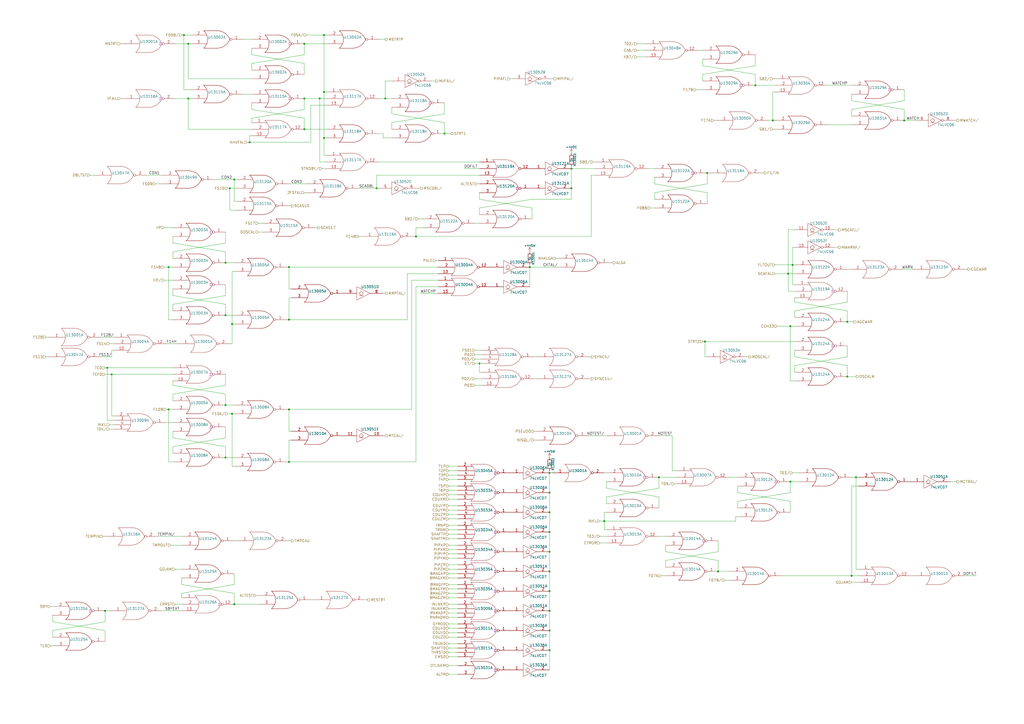
<source format=kicad_sch>
(kicad_sch (version 20211123) (generator eeschema)
  (paper "A2")
  (junction (at 135.89 350.52))
  (junction (at 491.49 218.44))
  (junction (at 318.77 308.61))
  (junction (at 185.42 57.15))
  (junction (at 448.31 69.85))
  (junction (at 223.52 57.15))
  (junction (at 331.47 109.22))
  (junction (at 331.47 97.79))
  (junction (at 318.77 285.75))
  (junction (at 167.64 154.94))
  (junction (at 134.62 187.96))
  (junction (at 257.81 77.47))
  (junction (at 457.2 158.75))
  (junction (at 130.81 234.95))
  (junction (at 278.13 210.82))
  (junction (at 187.96 80.01))
  (junction (at 318.77 297.18))
  (junction (at 60.96 354.33))
  (junction (at 62.23 213.36))
  (junction (at 176.53 25.4))
  (junction (at 318.77 365.76))
  (junction (at 458.47 189.23))
  (junction (at 109.22 57.15))
  (junction (at 176.53 74.93))
  (junction (at 187.96 53.34))
  (junction (at 109.22 25.4))
  (junction (at 491.49 186.69))
  (junction (at 97.79 237.49))
  (junction (at 176.53 57.15))
  (junction (at 318.77 354.33))
  (junction (at 130.81 182.88))
  (junction (at 218.44 109.22))
  (junction (at 135.89 104.14))
  (junction (at 524.51 69.85))
  (junction (at 318.77 331.47))
  (junction (at 459.74 153.67))
  (junction (at 408.94 198.12))
  (junction (at 318.77 377.19))
  (junction (at 307.34 154.94))
  (junction (at 144.78 82.55))
  (junction (at 97.79 154.94))
  (junction (at 416.56 331.47))
  (junction (at 130.81 265.43))
  (junction (at 496.57 276.86))
  (junction (at 318.77 342.9))
  (junction (at 64.77 217.17))
  (junction (at 318.77 274.32))
  (junction (at 106.68 20.32))
  (junction (at 382.27 276.86))
  (junction (at 167.64 237.49))
  (junction (at 350.52 302.26))
  (junction (at 438.15 49.53))
  (junction (at 167.64 185.42))
  (junction (at 130.81 152.4))
  (junction (at 494.03 334.01))
  (junction (at 458.47 279.4))
  (junction (at 318.77 320.04))
  (junction (at 410.21 100.33))
  (junction (at 241.3 137.16))
  (junction (at 133.35 109.22))
  (junction (at 167.64 267.97))
  (junction (at 187.96 20.32))
  (junction (at 134.62 240.03))
  (wire (pts (xy 382.27 288.29) (xy 382.27 294.64)))
  (wire (pts (xy 524.51 69.85) (xy 524.51 63.5)))
  (wire (pts (xy 260.35 369.57) (xy 265.43 369.57)))
  (wire (pts (xy 480.06 49.53) (xy 494.03 49.53)))
  (wire (pts (xy 106.68 20.32) (xy 106.68 52.07)))
  (wire (pts (xy 408.94 198.12) (xy 461.01 198.12)))
  (wire (pts (xy 95.25 162.56) (xy 100.33 162.56)))
  (wire (pts (xy 130.81 228.6) (xy 100.33 223.52)))
  (wire (pts (xy 260.35 307.34) (xy 265.43 307.34)))
  (wire (pts (xy 135.89 344.17) (xy 105.41 339.09)))
  (wire (pts (xy 176.53 74.93) (xy 189.23 74.93)))
  (wire (pts (xy 135.89 339.09) (xy 105.41 344.17)))
  (wire (pts (xy 130.81 259.08) (xy 100.33 254)))
  (wire (pts (xy 391.16 280.67) (xy 392.43 280.67)))
  (wire (pts (xy 275.59 203.2) (xy 279.4 203.2)))
  (wire (pts (xy 491.49 186.69) (xy 495.3 186.69)))
  (wire (pts (xy 458.47 189.23) (xy 461.01 189.23)))
  (wire (pts (xy 243.84 170.18) (xy 254 170.18)))
  (wire (pts (xy 63.5 248.92) (xy 66.04 248.92)))
  (wire (pts (xy 491.49 175.26) (xy 491.49 168.91)))
  (wire (pts (xy 386.08 320.04) (xy 386.08 316.23)))
  (wire (pts (xy 176.53 57.15) (xy 176.53 63.5)))
  (wire (pts (xy 350.52 274.32) (xy 351.79 274.32)))
  (wire (pts (xy 414.02 69.85) (xy 415.29 69.85)))
  (wire (pts (xy 278.13 97.79) (xy 269.24 97.79)))
  (wire (pts (xy 275.59 205.74) (xy 279.4 205.74)))
  (wire (pts (xy 494.03 63.5) (xy 494.03 67.31)))
  (wire (pts (xy 350.52 297.18) (xy 350.52 302.26)))
  (wire (pts (xy 260.35 327.66) (xy 265.43 327.66)))
  (wire (pts (xy 64.77 203.2) (xy 66.04 203.2)))
  (wire (pts (xy 318.77 365.76) (xy 318.77 377.19)))
  (wire (pts (xy 187.96 80.01) (xy 187.96 90.17)))
  (wire (pts (xy 30.48 374.65) (xy 29.21 374.65)))
  (wire (pts (xy 331.47 115.57) (xy 308.61 115.57)))
  (wire (pts (xy 238.76 237.49) (xy 238.76 162.56)))
  (wire (pts (xy 218.44 101.6) (xy 278.13 101.6)))
  (wire (pts (xy 344.17 93.98) (xy 345.44 93.98)))
  (wire (pts (xy 135.89 116.84) (xy 137.16 116.84)))
  (wire (pts (xy 109.22 25.4) (xy 109.22 45.72)))
  (wire (pts (xy 342.9 101.6) (xy 345.44 101.6)))
  (wire (pts (xy 331.47 109.22) (xy 331.47 115.57)))
  (wire (pts (xy 448.31 69.85) (xy 449.58 69.85)))
  (wire (pts (xy 100.33 223.52) (xy 100.33 220.98)))
  (wire (pts (xy 458.47 279.4) (xy 463.55 279.4)))
  (wire (pts (xy 189.23 53.34) (xy 187.96 53.34)))
  (wire (pts (xy 389.89 252.73) (xy 389.89 273.05)))
  (wire (pts (xy 176.53 63.5) (xy 146.05 68.58)))
  (wire (pts (xy 167.64 172.72) (xy 168.91 172.72)))
  (wire (pts (xy 130.81 152.4) (xy 135.89 152.4)))
  (wire (pts (xy 382.27 288.29) (xy 351.79 283.21)))
  (wire (pts (xy 222.25 80.01) (xy 227.33 80.01)))
  (wire (pts (xy 143.51 82.55) (xy 144.78 82.55)))
  (wire (pts (xy 241.3 132.08) (xy 245.11 132.08)))
  (wire (pts (xy 318.77 354.33) (xy 318.77 365.76)))
  (wire (pts (xy 342.9 137.16) (xy 342.9 101.6)))
  (wire (pts (xy 459.74 153.67) (xy 459.74 165.1)))
  (wire (pts (xy 130.81 265.43) (xy 130.81 259.08)))
  (wire (pts (xy 347.98 314.96) (xy 351.79 314.96)))
  (wire (pts (xy 135.89 270.51) (xy 134.62 270.51)))
  (wire (pts (xy 448.31 45.72) (xy 449.58 45.72)))
  (wire (pts (xy 416.56 325.12) (xy 416.56 331.47)))
  (wire (pts (xy 26.67 207.01) (xy 27.94 207.01)))
  (wire (pts (xy 445.77 69.85) (xy 448.31 69.85)))
  (wire (pts (xy 166.37 185.42) (xy 167.64 185.42)))
  (wire (pts (xy 275.59 210.82) (xy 278.13 210.82)))
  (wire (pts (xy 105.41 339.09) (xy 105.41 335.28)))
  (wire (pts (xy 457.2 158.75) (xy 461.01 158.75)))
  (wire (pts (xy 93.98 101.6) (xy 85.09 101.6)))
  (wire (pts (xy 130.81 234.95) (xy 135.89 234.95)))
  (wire (pts (xy 30.48 351.79) (xy 29.21 351.79)))
  (wire (pts (xy 260.35 300.99) (xy 265.43 300.99)))
  (wire (pts (xy 257.81 66.04) (xy 227.33 71.12)))
  (wire (pts (xy 407.67 43.18) (xy 407.67 46.99)))
  (wire (pts (xy 134.62 240.03) (xy 135.89 240.03)))
  (wire (pts (xy 222.25 77.47) (xy 219.71 77.47)))
  (wire (pts (xy 130.81 223.52) (xy 130.81 217.17)))
  (wire (pts (xy 64.77 207.01) (xy 64.77 203.2)))
  (wire (pts (xy 133.35 121.92) (xy 137.16 121.92)))
  (wire (pts (xy 134.62 270.51) (xy 134.62 240.03)))
  (wire (pts (xy 331.47 97.79) (xy 331.47 109.22)))
  (wire (pts (xy 133.35 109.22) (xy 137.16 109.22)))
  (wire (pts (xy 135.89 157.48) (xy 134.62 157.48)))
  (wire (pts (xy 177.8 106.68) (xy 167.64 106.68)))
  (wire (pts (xy 457.2 168.91) (xy 461.01 168.91)))
  (wire (pts (xy 133.35 109.22) (xy 133.35 121.92)))
  (wire (pts (xy 410.21 111.76) (xy 379.73 106.68)))
  (wire (pts (xy 426.72 302.26) (xy 426.72 299.72)))
  (wire (pts (xy 100.33 228.6) (xy 100.33 232.41)))
  (wire (pts (xy 167.64 237.49) (xy 238.76 237.49)))
  (wire (pts (xy 260.35 330.2) (xy 265.43 330.2)))
  (wire (pts (xy 461.01 212.09) (xy 461.01 215.9)))
  (wire (pts (xy 278.13 106.68) (xy 276.86 106.68)))
  (wire (pts (xy 496.57 276.86) (xy 496.57 330.2)))
  (wire (pts (xy 260.35 378.46) (xy 265.43 378.46)))
  (wire (pts (xy 208.28 137.16) (xy 209.55 137.16)))
  (wire (pts (xy 227.33 46.99) (xy 223.52 46.99)))
  (wire (pts (xy 185.42 93.98) (xy 189.23 93.98)))
  (wire (pts (xy 318.77 377.19) (xy 318.77 388.62)))
  (wire (pts (xy 320.04 45.72) (xy 321.31 45.72)))
  (wire (pts (xy 260.35 304.8) (xy 265.43 304.8)))
  (wire (pts (xy 494.03 276.86) (xy 496.57 276.86)))
  (wire (pts (xy 132.08 240.03) (xy 134.62 240.03)))
  (wire (pts (xy 260.35 281.94) (xy 265.43 281.94)))
  (wire (pts (xy 100.33 259.08) (xy 100.33 262.89)))
  (wire (pts (xy 54.61 101.6) (xy 52.07 101.6)))
  (wire (pts (xy 278.13 210.82) (xy 279.4 210.82)))
  (wire (pts (xy 566.42 334.01) (xy 560.07 334.01)))
  (wire (pts (xy 97.79 185.42) (xy 100.33 185.42)))
  (wire (pts (xy 95.25 132.08) (xy 100.33 132.08)))
  (wire (pts (xy 187.96 80.01) (xy 189.23 80.01)))
  (wire (pts (xy 180.34 82.55) (xy 180.34 60.96)))
  (wire (pts (xy 441.96 100.33) (xy 443.23 100.33)))
  (wire (pts (xy 62.23 243.84) (xy 66.04 243.84)))
  (wire (pts (xy 461.01 175.26) (xy 461.01 172.72)))
  (wire (pts (xy 187.96 20.32) (xy 187.96 53.34)))
  (wire (pts (xy 97.79 237.49) (xy 100.33 237.49)))
  (wire (pts (xy 350.52 302.26) (xy 426.72 302.26)))
  (wire (pts (xy 426.72 299.72) (xy 427.99 299.72)))
  (wire (pts (xy 146.05 68.58) (xy 146.05 71.12)))
  (wire (pts (xy 252.73 151.13) (xy 254 151.13)))
  (wire (pts (xy 553.72 69.85) (xy 554.99 69.85)))
  (wire (pts (xy 524.51 69.85) (xy 530.86 69.85)))
  (wire (pts (xy 494.03 58.42) (xy 494.03 54.61)))
  (wire (pts (xy 459.74 165.1) (xy 461.01 165.1)))
  (wire (pts (xy 260.35 341.63) (xy 265.43 341.63)))
  (wire (pts (xy 187.96 53.34) (xy 187.96 80.01)))
  (wire (pts (xy 275.59 219.71) (xy 279.4 219.71)))
  (wire (pts (xy 523.24 156.21) (xy 529.59 156.21)))
  (wire (pts (xy 109.22 57.15) (xy 109.22 74.93)))
  (wire (pts (xy 260.35 316.23) (xy 265.43 316.23)))
  (wire (pts (xy 524.51 58.42) (xy 524.51 52.07)))
  (wire (pts (xy 377.19 120.65) (xy 379.73 120.65)))
  (wire (pts (xy 483.87 143.51) (xy 486.41 143.51)))
  (wire (pts (xy 91.44 311.15) (xy 105.41 311.15)))
  (wire (pts (xy 369.57 25.4) (xy 374.65 25.4)))
  (wire (pts (xy 459.74 143.51) (xy 459.74 153.67)))
  (wire (pts (xy 350.52 307.34) (xy 351.79 307.34)))
  (wire (pts (xy 240.03 137.16) (xy 241.3 137.16)))
  (wire (pts (xy 109.22 74.93) (xy 146.05 74.93)))
  (wire (pts (xy 166.37 237.49) (xy 167.64 237.49)))
  (wire (pts (xy 491.49 207.01) (xy 491.49 200.66)))
  (wire (pts (xy 219.71 93.98) (xy 278.13 93.98)))
  (wire (pts (xy 130.81 228.6) (xy 130.81 234.95)))
  (wire (pts (xy 63.5 199.39) (xy 66.04 199.39)))
  (wire (pts (xy 167.64 154.94) (xy 167.64 167.64)))
  (wire (pts (xy 260.35 353.06) (xy 265.43 353.06)))
  (wire (pts (xy 97.79 154.94) (xy 100.33 154.94)))
  (wire (pts (xy 176.53 111.76) (xy 177.8 111.76)))
  (wire (pts (xy 182.88 132.08) (xy 184.15 132.08)))
  (wire (pts (xy 260.35 270.51) (xy 265.43 270.51)))
  (wire (pts (xy 100.33 140.97) (xy 100.33 137.16)))
  (wire (pts (xy 105.41 20.32) (xy 106.68 20.32)))
  (wire (pts (xy 379.73 106.68) (xy 379.73 102.87)))
  (wire (pts (xy 448.31 69.85) (xy 448.31 53.34)))
  (wire (pts (xy 60.96 365.76) (xy 30.48 360.68)))
  (wire (pts (xy 318.77 297.18) (xy 318.77 308.61)))
  (wire (pts (xy 260.35 355.6) (xy 265.43 355.6)))
  (wire (pts (xy 318.77 285.75) (xy 318.77 297.18)))
  (wire (pts (xy 135.89 350.52) (xy 149.86 350.52)))
  (wire (pts (xy 130.81 182.88) (xy 135.89 182.88)))
  (wire (pts (xy 491.49 218.44) (xy 491.49 212.09)))
  (wire (pts (xy 278.13 115.57) (xy 278.13 111.76)))
  (wire (pts (xy 176.53 74.93) (xy 176.53 68.58)))
  (wire (pts (xy 420.37 336.55) (xy 422.91 336.55)))
  (wire (pts (xy 176.53 25.4) (xy 189.23 25.4)))
  (wire (pts (xy 238.76 162.56) (xy 254 162.56)))
  (wire (pts (xy 318.77 274.32) (xy 320.04 274.32)))
  (wire (pts (xy 208.28 109.22) (xy 218.44 109.22)))
  (wire (pts (xy 144.78 78.74) (xy 146.05 78.74)))
  (wire (pts (xy 69.85 57.15) (xy 71.12 57.15)))
  (wire (pts (xy 109.22 57.15) (xy 110.49 57.15)))
  (wire (pts (xy 260.35 335.28) (xy 265.43 335.28)))
  (wire (pts (xy 168.91 313.69) (xy 167.64 313.69)))
  (wire (pts (xy 222.25 252.73) (xy 223.52 252.73)))
  (wire (pts (xy 64.77 217.17) (xy 100.33 217.17)))
  (wire (pts (xy 130.81 254) (xy 130.81 247.65)))
  (wire (pts (xy 323.85 149.86) (xy 322.58 149.86)))
  (wire (pts (xy 260.35 364.49) (xy 265.43 364.49)))
  (wire (pts (xy 223.52 57.15) (xy 227.33 57.15)))
  (wire (pts (xy 241.3 137.16) (xy 342.9 137.16)))
  (wire (pts (xy 93.98 106.68) (xy 90.17 106.68)))
  (wire (pts (xy 459.74 274.32) (xy 463.55 274.32)))
  (wire (pts (xy 180.34 60.96) (xy 189.23 60.96)))
  (wire (pts (xy 480.06 72.39) (xy 494.03 72.39)))
  (wire (pts (xy 96.52 245.11) (xy 100.33 245.11)))
  (wire (pts (xy 260.35 293.37) (xy 265.43 293.37)))
  (wire (pts (xy 461.01 180.34) (xy 461.01 184.15)))
  (wire (pts (xy 219.71 57.15) (xy 223.52 57.15)))
  (wire (pts (xy 144.78 82.55) (xy 180.34 82.55)))
  (wire (pts (xy 491.49 175.26) (xy 461.01 180.34)))
  (wire (pts (xy 260.35 386.08) (xy 265.43 386.08)))
  (wire (pts (xy 167.64 255.27) (xy 168.91 255.27)))
  (wire (pts (xy 491.49 218.44) (xy 496.57 218.44)))
  (wire (pts (xy 341.63 252.73) (xy 351.79 252.73)))
  (wire (pts (xy 135.89 104.14) (xy 137.16 104.14)))
  (wire (pts (xy 309.88 207.01) (xy 311.15 207.01)))
  (wire (pts (xy 130.81 176.53) (xy 100.33 171.45)))
  (wire (pts (xy 342.9 219.71) (xy 341.63 219.71)))
  (wire (pts (xy 407.67 38.1) (xy 407.67 34.29)))
  (wire (pts (xy 382.27 276.86) (xy 392.43 276.86)))
  (wire (pts (xy 275.59 223.52) (xy 279.4 223.52)))
  (wire (pts (xy 491.49 212.09) (xy 461.01 207.01)))
  (wire (pts (xy 260.35 312.42) (xy 265.43 312.42)))
  (wire (pts (xy 449.58 158.75) (xy 457.2 158.75)))
  (wire (pts (xy 167.64 267.97) (xy 241.3 267.97)))
  (wire (pts (xy 95.25 154.94) (xy 97.79 154.94)))
  (wire (pts (xy 453.39 334.01) (xy 494.03 334.01)))
  (wire (pts (xy 383.54 334.01) (xy 386.08 334.01)))
  (wire (pts (xy 433.07 207.01) (xy 434.34 207.01)))
  (wire (pts (xy 63.5 246.38) (xy 66.04 246.38)))
  (wire (pts (xy 100.33 171.45) (xy 100.33 167.64)))
  (wire (pts (xy 260.35 321.31) (xy 265.43 321.31)))
  (wire (pts (xy 236.22 185.42) (xy 236.22 158.75)))
  (wire (pts (xy 176.53 31.75) (xy 146.05 36.83)))
  (wire (pts (xy 379.73 111.76) (xy 379.73 115.57)))
  (wire (pts (xy 278.13 215.9) (xy 279.4 215.9)))
  (wire (pts (xy 491.49 156.21) (xy 492.76 156.21)))
  (wire (pts (xy 260.35 318.77) (xy 265.43 318.77)))
  (wire (pts (xy 458.47 290.83) (xy 458.47 297.18)))
  (wire (pts (xy 135.89 313.69) (xy 137.16 313.69)))
  (wire (pts (xy 177.8 20.32) (xy 187.96 20.32)))
  (wire (pts (xy 369.57 33.02) (xy 374.65 33.02)))
  (wire (pts (xy 134.62 157.48) (xy 134.62 187.96)))
  (wire (pts (xy 347.98 302.26) (xy 350.52 302.26)))
  (wire (pts (xy 167.64 250.19) (xy 168.91 250.19)))
  (wire (pts (xy 176.53 68.58) (xy 146.05 63.5)))
  (wire (pts (xy 105.41 344.17) (xy 105.41 346.71)))
  (wire (pts (xy 278.13 120.65) (xy 278.13 124.46)))
  (wire (pts (xy 308.61 115.57) (xy 278.13 120.65)))
  (wire (pts (xy 350.52 297.18) (xy 351.79 297.18)))
  (wire (pts (xy 106.68 20.32) (xy 110.49 20.32)))
  (wire (pts (xy 106.68 52.07) (xy 110.49 52.07)))
  (wire (pts (xy 176.53 36.83) (xy 146.05 31.75)))
  (wire (pts (xy 318.77 308.61) (xy 318.77 320.04)))
  (wire (pts (xy 64.77 241.3) (xy 66.04 241.3)))
  (wire (pts (xy 69.85 25.4) (xy 71.12 25.4)))
  (wire (pts (xy 96.52 237.49) (xy 97.79 237.49)))
  (wire (pts (xy 30.48 360.68) (xy 30.48 356.87)))
  (wire (pts (xy 278.13 210.82) (xy 278.13 215.9)))
  (wire (pts (xy 257.81 66.04) (xy 257.81 59.69)))
  (wire (pts (xy 309.88 250.19) (xy 311.15 250.19)))
  (wire (pts (xy 416.56 313.69) (xy 416.56 320.04)))
  (wire (pts (xy 134.62 187.96) (xy 134.62 199.39)))
  (wire (pts (xy 427.99 290.83) (xy 427.99 294.64)))
  (wire (pts (xy 407.67 198.12) (xy 408.94 198.12)))
  (wire (pts (xy 260.35 287.02) (xy 265.43 287.02)))
  (wire (pts (xy 275.59 129.54) (xy 278.13 129.54)))
  (wire (pts (xy 130.81 171.45) (xy 130.81 165.1)))
  (wire (pts (xy 260.35 367.03) (xy 265.43 367.03)))
  (wire (pts (xy 176.53 25.4) (xy 176.53 31.75)))
  (wire (pts (xy 60.96 360.68) (xy 30.48 365.76)))
  (wire (pts (xy 459.74 153.67) (xy 461.01 153.67)))
  (wire (pts (xy 307.34 153.67) (xy 307.34 154.94)))
  (wire (pts (xy 342.9 207.01) (xy 341.63 207.01)))
  (wire (pts (xy 166.37 267.97) (xy 167.64 267.97)))
  (wire (pts (xy 458.47 285.75) (xy 427.99 290.83)))
  (wire (pts (xy 140.97 54.61) (xy 146.05 54.61)))
  (wire (pts (xy 257.81 77.47) (xy 261.62 77.47)))
  (wire (pts (xy 408.94 198.12) (xy 408.94 207.01)))
  (wire (pts (xy 461.01 133.35) (xy 457.2 133.35)))
  (wire (pts (xy 350.52 302.26) (xy 350.52 307.34)))
  (wire (pts (xy 260.35 278.13) (xy 265.43 278.13)))
  (wire (pts (xy 448.31 74.93) (xy 449.58 74.93)))
  (wire (pts (xy 130.81 254) (xy 100.33 259.08)))
  (wire (pts (xy 260.35 344.17) (xy 265.43 344.17)))
  (wire (pts (xy 496.57 276.86) (xy 497.84 276.86)))
  (wire (pts (xy 97.79 185.42) (xy 97.79 154.94)))
  (wire (pts (xy 60.96 372.11) (xy 60.96 365.76)))
  (wire (pts (xy 97.79 237.49) (xy 97.79 267.97)))
  (wire (pts (xy 260.35 373.38) (xy 265.43 373.38)))
  (wire (pts (xy 528.32 334.01) (xy 529.59 334.01)))
  (wire (pts (xy 382.27 311.15) (xy 386.08 311.15)))
  (wire (pts (xy 146.05 31.75) (xy 146.05 27.94)))
  (wire (pts (xy 30.48 365.76) (xy 30.48 369.57)))
  (wire (pts (xy 260.35 332.74) (xy 265.43 332.74)))
  (wire (pts (xy 260.35 391.16) (xy 265.43 391.16)))
  (wire (pts (xy 167.64 185.42) (xy 167.64 172.72)))
  (wire (pts (xy 307.34 154.94) (xy 307.34 166.37)))
  (wire (pts (xy 185.42 57.15) (xy 189.23 57.15)))
  (wire (pts (xy 242.57 127) (xy 245.11 127)))
  (wire (pts (xy 167.64 237.49) (xy 167.64 250.19)))
  (wire (pts (xy 260.35 381) (xy 265.43 381)))
  (wire (pts (xy 109.22 25.4) (xy 110.49 25.4)))
  (wire (pts (xy 130.81 223.52) (xy 100.33 228.6)))
  (wire (pts (xy 140.97 22.86) (xy 146.05 22.86)))
  (wire (pts (xy 355.6 152.4) (xy 354.33 152.4)))
  (wire (pts (xy 236.22 158.75) (xy 254 158.75)))
  (wire (pts (xy 130.81 265.43) (xy 135.89 265.43)))
  (wire (pts (xy 218.44 109.22) (xy 219.71 109.22)))
  (wire (pts (xy 109.22 45.72) (xy 146.05 45.72)))
  (wire (pts (xy 130.81 176.53) (xy 130.81 182.88)))
  (wire (pts (xy 389.89 273.05) (xy 392.43 273.05)))
  (wire (pts (xy 149.86 129.54) (xy 152.4 129.54)))
  (wire (pts (xy 227.33 71.12) (xy 227.33 74.93)))
  (wire (pts (xy 223.52 46.99) (xy 223.52 57.15)))
  (wire (pts (xy 146.05 36.83) (xy 146.05 40.64)))
  (wire (pts (xy 58.42 207.01) (xy 64.77 207.01)))
  (wire (pts (xy 260.35 284.48) (xy 265.43 284.48)))
  (wire (pts (xy 438.15 43.18) (xy 407.67 38.1)))
  (wire (pts (xy 124.46 104.14) (xy 135.89 104.14)))
  (wire (pts (xy 148.59 345.44) (xy 149.86 345.44)))
  (wire (pts (xy 351.79 283.21) (xy 351.79 279.4)))
  (wire (pts (xy 105.41 350.52) (xy 101.6 350.52)))
  (wire (pts (xy 96.52 199.39) (xy 102.87 199.39)))
  (wire (pts (xy 187.96 20.32) (xy 189.23 20.32)))
  (wire (pts (xy 461.01 207.01) (xy 461.01 203.2)))
  (wire (pts (xy 130.81 171.45) (xy 100.33 176.53)))
  (wire (pts (xy 459.74 143.51) (xy 461.01 143.51)))
  (wire (pts (xy 483.87 133.35) (xy 486.41 133.35)))
  (wire (pts (xy 382.27 252.73) (xy 389.89 252.73)))
  (wire (pts (xy 130.81 140.97) (xy 100.33 146.05)))
  (wire (pts (xy 99.06 316.23) (xy 105.41 316.23)))
  (wire (pts (xy 60.96 217.17) (xy 64.77 217.17)))
  (wire (pts (xy 176.53 57.15) (xy 185.42 57.15)))
  (wire (pts (xy 180.34 347.98) (xy 181.61 347.98)))
  (wire (pts (xy 560.07 156.21) (xy 561.34 156.21)))
  (wire (pts (xy 167.64 185.42) (xy 236.22 185.42)))
  (wire (pts (xy 260.35 309.88) (xy 265.43 309.88)))
  (wire (pts (xy 260.35 323.85) (xy 265.43 323.85)))
  (wire (pts (xy 130.81 146.05) (xy 100.33 140.97)))
  (wire (pts (xy 260.35 273.05) (xy 265.43 273.05)))
  (wire (pts (xy 382.27 283.21) (xy 351.79 288.29)))
  (wire (pts (xy 134.62 199.39) (xy 133.35 199.39)))
  (wire (pts (xy 62.23 213.36) (xy 100.33 213.36)))
  (wire (pts (xy 491.49 180.34) (xy 461.01 175.26)))
  (wire (pts (xy 260.35 289.56) (xy 265.43 289.56)))
  (wire (pts (xy 410.21 100.33) (xy 411.48 100.33)))
  (wire (pts (xy 369.57 29.21) (xy 374.65 29.21)))
  (wire (pts (xy 410.21 106.68) (xy 379.73 111.76)))
  (wire (pts (xy 60.96 213.36) (xy 62.23 213.36)))
  (wire (pts (xy 260.35 358.14) (xy 265.43 358.14)))
  (wire (pts (xy 187.96 90.17) (xy 189.23 90.17)))
  (wire (pts (xy 318.77 342.9) (xy 318.77 354.33)))
  (wire (pts (xy 318.77 320.04) (xy 318.77 331.47)))
  (wire (pts (xy 257.81 71.12) (xy 227.33 66.04)))
  (wire (pts (xy 260.35 275.59) (xy 265.43 275.59)))
  (wire (pts (xy 166.37 154.94) (xy 167.64 154.94)))
  (wire (pts (xy 241.3 166.37) (xy 254 166.37)))
  (wire (pts (xy 223.52 22.86) (xy 219.71 22.86)))
  (wire (pts (xy 260.35 346.71) (xy 265.43 346.71)))
  (wire (pts (xy 427.99 285.75) (xy 427.99 281.94)))
  (wire (pts (xy 438.15 49.53) (xy 438.15 43.18)))
  (wire (pts (xy 416.56 331.47) (xy 422.91 331.47)))
  (wire (pts (xy 450.85 189.23) (xy 458.47 189.23)))
  (wire (pts (xy 252.73 46.99) (xy 250.19 46.99)))
  (wire (pts (xy 62.23 213.36) (xy 62.23 243.84)))
  (wire (pts (xy 494.03 334.01) (xy 497.84 334.01)))
  (wire (pts (xy 410.21 118.11) (xy 410.21 111.76)))
  (wire (pts (xy 101.6 25.4) (xy 109.22 25.4)))
  (wire (pts (xy 309.88 219.71) (xy 311.15 219.71)))
  (wire (pts (xy 260.35 339.09) (xy 265.43 339.09)))
  (wire (pts (xy 135.89 339.09) (xy 135.89 332.74)))
  (wire (pts (xy 458.47 285.75) (xy 458.47 279.4)))
  (wire (pts (xy 186.69 97.79) (xy 189.23 97.79)))
  (wire (pts (xy 345.44 97.79) (xy 331.47 97.79)))
  (wire (pts (xy 307.34 154.94) (xy 323.85 154.94)))
  (wire (pts (xy 146.05 63.5) (xy 146.05 59.69)))
  (wire (pts (xy 260.35 350.52) (xy 265.43 350.52)))
  (wire (pts (xy 347.98 311.15) (xy 351.79 311.15)))
  (wire (pts (xy 222.25 170.18) (xy 223.52 170.18)))
  (wire (pts (xy 295.91 45.72) (xy 297.18 45.72)))
  (wire (pts (xy 438.15 38.1) (xy 407.67 43.18)))
  (wire (pts (xy 308.61 120.65) (xy 278.13 115.57)))
  (wire (pts (xy 351.79 288.29) (xy 351.79 292.1)))
  (wire (pts (xy 458.47 189.23) (xy 458.47 220.98)))
  (wire (pts (xy 167.64 167.64) (xy 168.91 167.64)))
  (wire (pts (xy 496.57 330.2) (xy 497.84 330.2)))
  (wire (pts (xy 60.96 354.33) (xy 63.5 354.33)))
  (wire (pts (xy 458.47 290.83) (xy 427.99 285.75)))
  (wire (pts (xy 101.6 57.15) (xy 109.22 57.15)))
  (wire (pts (xy 227.33 66.04) (xy 227.33 62.23)))
  (wire (pts (xy 64.77 217.17) (xy 64.77 241.3)))
  (wire (pts (xy 458.47 220.98) (xy 461.01 220.98)))
  (wire (pts (xy 100.33 254) (xy 100.33 250.19)))
  (wire (pts (xy 408.94 207.01) (xy 410.21 207.01)))
  (wire (pts (xy 59.69 311.15) (xy 60.96 311.15)))
  (wire (pts (xy 491.49 207.01) (xy 461.01 212.09)))
  (wire (pts (xy 438.15 49.53) (xy 449.58 49.53)))
  (wire (pts (xy 494.03 281.94) (xy 497.84 281.94)))
  (wire (pts (xy 93.98 354.33) (xy 105.41 354.33)))
  (wire (pts (xy 494.03 337.82) (xy 497.84 337.82)))
  (wire (pts (xy 318.77 331.47) (xy 318.77 342.9)))
  (wire (pts (xy 242.57 109.22) (xy 243.84 109.22)))
  (wire (pts (xy 167.64 154.94) (xy 254 154.94)))
  (wire (pts (xy 275.59 208.28) (xy 279.4 208.28)))
  (wire (pts (xy 524.51 63.5) (xy 494.03 58.42)))
  (wire (pts (xy 386.08 325.12) (xy 386.08 328.93)))
  (wire (pts (xy 416.56 325.12) (xy 386.08 320.04)))
  (wire (pts (xy 260.35 361.95) (xy 265.43 361.95)))
  (wire (pts (xy 167.64 267.97) (xy 167.64 255.27)))
  (wire (pts (xy 491.49 180.34) (xy 491.49 186.69)))
  (wire (pts (xy 318.77 273.05) (xy 318.77 274.32)))
  (wire (pts (xy 494.03 334.01) (xy 494.03 281.94)))
  (wire (pts (xy 26.67 195.58) (xy 27.94 195.58)))
  (wire (pts (xy 130.81 146.05) (xy 130.81 152.4)))
  (wire (pts (xy 167.64 119.38) (xy 168.91 119.38)))
  (wire (pts (xy 416.56 320.04) (xy 386.08 325.12)))
  (wire (pts (xy 403.86 52.07) (xy 407.67 52.07)))
  (wire (pts (xy 438.15 38.1) (xy 438.15 31.75)))
  (wire (pts (xy 213.36 347.98) (xy 212.09 347.98)))
  (wire (pts (xy 375.92 97.79) (xy 379.73 97.79)))
  (wire (pts (xy 257.81 77.47) (xy 257.81 71.12)))
  (wire (pts (xy 457.2 133.35) (xy 457.2 158.75)))
  (wire (pts (xy 309.88 255.27) (xy 311.15 255.27)))
  (wire (pts (xy 130.81 140.97) (xy 130.81 134.62)))
  (wire (pts (xy 260.35 375.92) (xy 265.43 375.92)))
  (wire (pts (xy 448.31 53.34) (xy 449.58 53.34)))
  (wire (pts (xy 134.62 187.96) (xy 135.89 187.96)))
  (wire (pts (xy 260.35 298.45) (xy 265.43 298.45)))
  (wire (pts (xy 524.51 58.42) (xy 494.03 63.5)))
  (wire (pts (xy 100.33 176.53) (xy 100.33 180.34)))
  (wire (pts (xy 135.89 350.52) (xy 135.89 344.17)))
  (wire (pts (xy 100.33 146.05) (xy 100.33 149.86)))
  (wire (pts (xy 132.08 109.22) (xy 133.35 109.22)))
  (wire (pts (xy 58.42 195.58) (xy 66.04 195.58)))
  (wire (pts (xy 218.44 109.22) (xy 218.44 101.6)))
  (wire (pts (xy 331.47 96.52) (xy 331.47 97.79)))
  (wire (pts (xy 422.91 276.86) (xy 427.99 276.86)))
  (wire (pts (xy 241.3 267.97) (xy 241.3 166.37)))
  (wire (pts (xy 260.35 295.91) (xy 265.43 295.91)))
  (wire (pts (xy 410.21 106.68) (xy 410.21 100.33)))
  (wire (pts (xy 149.86 134.62) (xy 152.4 134.62)))
  (wire (pts (xy 135.89 104.14) (xy 135.89 116.84)))
  (wire (pts (xy 176.53 43.18) (xy 176.53 36.83)))
  (wire (pts (xy 554.99 279.4) (xy 551.18 279.4)))
  (wire (pts (xy 318.77 274.32) (xy 318.77 285.75)))
  (wire (pts (xy 105.41 330.2) (xy 101.6 330.2)))
  (wire (pts (xy 382.27 276.86) (xy 382.27 283.21)))
  (wire (pts (xy 449.58 153.67) (xy 459.74 153.67)))
  (wire (pts (xy 457.2 158.75) (xy 457.2 168.91)))
  (wire (pts (xy 144.78 78.74) (xy 144.78 82.55)))
  (wire (pts (xy 308.61 127) (xy 308.61 120.65)))
  (wire (pts (xy 405.13 29.21) (xy 407.67 29.21)))
  (wire (pts (xy 185.42 57.15) (xy 185.42 93.98)))
  (wire (pts (xy 241.3 137.16) (xy 241.3 132.08)))
  (wire (pts (xy 97.79 267.97) (xy 100.33 267.97)))
  (wire (pts (xy 60.96 360.68) (xy 60.96 354.33)))
  (wire (pts (xy 222.25 80.01) (xy 222.25 77.47)))
  (label "CON2" (at 128.27 104.14 0) (effects (font (size 1.524 1.524))))
  (label "TEMPIN/" (at 91.44 311.15 0) (effects (font (size 1.524 1.524))))
  (label "CON3" (at 168.91 106.68 0) (effects (font (size 1.524 1.524))))
  (label "WATCHP" (at 243.84 170.18 0) (effects (font (size 1.524 1.524))))
  (label "FS13/" (at 64.77 207.01 180) (effects (font (size 1.524 1.524))))
  (label "F12B/" (at 66.04 195.58 180) (effects (font (size 1.524 1.524))))
  (label "SBYEXT" (at 104.14 354.33 180) (effects (font (size 1.524 1.524))))
  (label "F14H" (at 96.52 199.39 0) (effects (font (size 1.524 1.524))))
  (label "CKTAL/" (at 314.96 154.94 0) (effects (font (size 1.524 1.524))))
  (label "WATCH" (at 525.78 69.85 0) (effects (font (size 1.524 1.524))))
  (label "NOTEST/" (at 350.52 252.73 180) (effects (font (size 1.524 1.524))))
  (label "DOFILT" (at 566.42 334.01 180) (effects (font (size 1.524 1.524))))
  (label "CON1" (at 86.36 101.6 0) (effects (font (size 1.524 1.524))))
  (label "SCADBL" (at 208.28 109.22 0) (effects (font (size 1.524 1.524))))
  (label "WATCHP" (at 482.6 49.53 0) (effects (font (size 1.524 1.524))))
  (label "NOTEST" (at 389.89 252.73 180) (effects (font (size 1.524 1.524))))
  (label "WARN" (at 529.59 156.21 180) (effects (font (size 1.524 1.524))))
  (label "DOFILT" (at 269.24 97.79 0) (effects (font (size 1.524 1.524))))
  (hierarchical_label "T3P" (shape input) (at 260.35 275.59 180) (effects (font (size 1.524 1.524))))
  (hierarchical_label "FLTOUT" (shape input) (at 449.58 153.67 180) (effects (font (size 1.524 1.524))))
  (hierarchical_label "MOSCAL/" (shape output) (at 434.34 207.01 0) (effects (font (size 1.524 1.524))))
  (hierarchical_label "OTLNKM" (shape input) (at 260.35 386.08 180) (effects (font (size 1.524 1.524))))
  (hierarchical_label "PIPZM" (shape input) (at 260.35 330.2 180) (effects (font (size 1.524 1.524))))
  (hierarchical_label "GYROD" (shape input) (at 260.35 361.95 180) (effects (font (size 1.524 1.524))))
  (hierarchical_label "TCF0" (shape input) (at 60.96 217.17 180) (effects (font (size 1.524 1.524))))
  (hierarchical_label "F14B" (shape input) (at 208.28 137.16 180) (effects (font (size 1.524 1.524))))
  (hierarchical_label "NISQL/" (shape input) (at 309.88 255.27 180) (effects (font (size 1.524 1.524))))
  (hierarchical_label "F05B/" (shape input) (at 105.41 20.32 180) (effects (font (size 1.524 1.524))))
  (hierarchical_label "MPIPAL/" (shape output) (at 321.31 45.72 0) (effects (font (size 1.524 1.524))))
  (hierarchical_label "TEMPIN" (shape input) (at 59.69 311.15 180) (effects (font (size 1.524 1.524))))
  (hierarchical_label "T03/" (shape input) (at 459.74 274.32 180) (effects (font (size 1.524 1.524))))
  (hierarchical_label "PSEUDO" (shape input) (at 309.88 250.19 180) (effects (font (size 1.524 1.524))))
  (hierarchical_label "2FSFAL" (shape input) (at 176.53 111.76 180) (effects (font (size 1.524 1.524))))
  (hierarchical_label "SB2/" (shape input) (at 242.57 127 180) (effects (font (size 1.524 1.524))))
  (hierarchical_label "CDUYP" (shape input) (at 260.35 293.37 180) (effects (font (size 1.524 1.524))))
  (hierarchical_label "F12B" (shape input) (at 26.67 195.58 180) (effects (font (size 1.524 1.524))))
  (hierarchical_label "T04/" (shape input) (at 63.5 248.92 180) (effects (font (size 1.524 1.524))))
  (hierarchical_label "MWATCH/" (shape output) (at 554.99 69.85 0) (effects (font (size 1.524 1.524))))
  (hierarchical_label "BMAGXM" (shape input) (at 260.35 335.28 180) (effects (font (size 1.524 1.524))))
  (hierarchical_label "T03/" (shape input) (at 347.98 311.15 180) (effects (font (size 1.524 1.524))))
  (hierarchical_label "PIPXP" (shape input) (at 260.35 316.23 180) (effects (font (size 1.524 1.524))))
  (hierarchical_label "SYNC4/" (shape output) (at 342.9 207.01 0) (effects (font (size 1.524 1.524))))
  (hierarchical_label "TRUND" (shape input) (at 260.35 373.38 180) (effects (font (size 1.524 1.524))))
  (hierarchical_label "T1P" (shape input) (at 260.35 270.51 180) (effects (font (size 1.524 1.524))))
  (hierarchical_label "AGCWAR" (shape output) (at 495.3 186.69 0) (effects (font (size 1.524 1.524))))
  (hierarchical_label "MSTRT" (shape input) (at 69.85 25.4 180) (effects (font (size 1.524 1.524))))
  (hierarchical_label "RNRADM" (shape input) (at 260.35 358.14 180) (effects (font (size 1.524 1.524))))
  (hierarchical_label "MSCDBL/" (shape output) (at 243.84 109.22 0) (effects (font (size 1.524 1.524))))
  (hierarchical_label "BMAGZP" (shape input) (at 260.35 344.17 180) (effects (font (size 1.524 1.524))))
  (hierarchical_label "THRSTD" (shape input) (at 260.35 378.46 180) (effects (font (size 1.524 1.524))))
  (hierarchical_label "STRT2" (shape input) (at 407.67 198.12 180) (effects (font (size 1.524 1.524))))
  (hierarchical_label "SB1/" (shape input) (at 448.31 74.93 180) (effects (font (size 1.524 1.524))))
  (hierarchical_label "SB0/" (shape input) (at 344.17 93.98 180) (effects (font (size 1.524 1.524))))
  (hierarchical_label "IIP/" (shape input) (at 95.25 162.56 180) (effects (font (size 1.524 1.524))))
  (hierarchical_label "CDUYM" (shape input) (at 260.35 295.91 180) (effects (font (size 1.524 1.524))))
  (hierarchical_label "TRNP" (shape input) (at 260.35 304.8 180) (effects (font (size 1.524 1.524))))
  (hierarchical_label "FS13" (shape input) (at 26.67 207.01 180) (effects (font (size 1.524 1.524))))
  (hierarchical_label "SCAFAL" (shape input) (at 449.58 158.75 180) (effects (font (size 1.524 1.524))))
  (hierarchical_label "BMAGYP" (shape input) (at 260.35 339.09 180) (effects (font (size 1.524 1.524))))
  (hierarchical_label "ALTEST" (shape input) (at 148.59 345.44 180) (effects (font (size 1.524 1.524))))
  (hierarchical_label "SHAFTM" (shape input) (at 260.35 312.42 180) (effects (font (size 1.524 1.524))))
  (hierarchical_label "CDUXP" (shape input) (at 260.35 287.02 180) (effects (font (size 1.524 1.524))))
  (hierarchical_label "CDUZM" (shape input) (at 260.35 300.99 180) (effects (font (size 1.524 1.524))))
  (hierarchical_label "SHAFTD" (shape input) (at 260.35 375.92 180) (effects (font (size 1.524 1.524))))
  (hierarchical_label "T10" (shape input) (at 29.21 374.65 180) (effects (font (size 1.524 1.524))))
  (hierarchical_label "ALGA" (shape output) (at 355.6 152.4 0) (effects (font (size 1.524 1.524))))
  (hierarchical_label "NHVFAL" (shape input) (at 143.51 82.55 180) (effects (font (size 1.524 1.524))))
  (hierarchical_label "PIPXM" (shape input) (at 260.35 318.77 180) (effects (font (size 1.524 1.524))))
  (hierarchical_label "FS01" (shape input) (at 275.59 203.2 180) (effects (font (size 1.524 1.524))))
  (hierarchical_label "CT/" (shape input) (at 275.59 210.82 180) (effects (font (size 1.524 1.524))))
  (hierarchical_label "F10B" (shape input) (at 96.52 237.49 180) (effects (font (size 1.524 1.524))))
  (hierarchical_label "INLNKP" (shape input) (at 260.35 350.52 180) (effects (font (size 1.524 1.524))))
  (hierarchical_label "RESTRT" (shape output) (at 213.36 347.98 0) (effects (font (size 1.524 1.524))))
  (hierarchical_label "TRNM" (shape input) (at 260.35 307.34 180) (effects (font (size 1.524 1.524))))
  (hierarchical_label "GOJAM" (shape input) (at 494.03 337.82 180) (effects (font (size 1.524 1.524))))
  (hierarchical_label "F17A" (shape input) (at 414.02 69.85 180) (effects (font (size 1.524 1.524))))
  (hierarchical_label "MWARNF/" (shape output) (at 486.41 143.51 0) (effects (font (size 1.524 1.524))))
  (hierarchical_label "PIPAFL" (shape input) (at 295.91 45.72 180) (effects (font (size 1.524 1.524))))
  (hierarchical_label "CTROR" (shape input) (at 347.98 314.96 180) (effects (font (size 1.524 1.524))))
  (hierarchical_label "INKL" (shape input) (at 63.5 246.38 180) (effects (font (size 1.524 1.524))))
  (hierarchical_label "DOSCAL" (shape input) (at 149.86 134.62 180) (effects (font (size 1.524 1.524))))
  (hierarchical_label "P02/" (shape input) (at 275.59 219.71 180) (effects (font (size 1.524 1.524))))
  (hierarchical_label "IIP" (shape input) (at 95.25 132.08 180) (effects (font (size 1.524 1.524))))
  (hierarchical_label "CDUYD" (shape input) (at 260.35 367.03 180) (effects (font (size 1.524 1.524))))
  (hierarchical_label "CDUZP" (shape input) (at 260.35 298.45 180) (effects (font (size 1.524 1.524))))
  (hierarchical_label "SHAFTP" (shape input) (at 260.35 309.88 180) (effects (font (size 1.524 1.524))))
  (hierarchical_label "INLNKM" (shape input) (at 260.35 353.06 180) (effects (font (size 1.524 1.524))))
  (hierarchical_label "SCAS17" (shape output) (at 184.15 132.08 0) (effects (font (size 1.524 1.524))))
  (hierarchical_label "T09/" (shape input) (at 391.16 280.67 180) (effects (font (size 1.524 1.524))))
  (hierarchical_label "CGCWAR" (shape output) (at 561.34 156.21 0) (effects (font (size 1.524 1.524))))
  (hierarchical_label "STNDBY/" (shape input) (at 186.69 97.79 180) (effects (font (size 1.524 1.524))))
  (hierarchical_label "SB2/" (shape input) (at 448.31 45.72 180) (effects (font (size 1.524 1.524))))
  (hierarchical_label "T02/" (shape input) (at 369.57 25.4 180) (effects (font (size 1.524 1.524))))
  (hierarchical_label "PALE" (shape input) (at 252.73 151.13 180) (effects (font (size 1.524 1.524))))
  (hierarchical_label "PIPYP" (shape input) (at 260.35 321.31 180) (effects (font (size 1.524 1.524))))
  (hierarchical_label "FS10" (shape input) (at 132.08 109.22 180) (effects (font (size 1.524 1.524))))
  (hierarchical_label "BMAGXP" (shape input) (at 260.35 332.74 180) (effects (font (size 1.524 1.524))))
  (hierarchical_label "CDUZD" (shape input) (at 260.35 369.57 180) (effects (font (size 1.524 1.524))))
  (hierarchical_label "F07A" (shape input) (at 383.54 334.01 180) (effects (font (size 1.524 1.524))))
  (hierarchical_label "T2P" (shape input) (at 260.35 273.05 180) (effects (font (size 1.524 1.524))))
  (hierarchical_label "T6P" (shape input) (at 260.35 284.48 180) (effects (font (size 1.524 1.524))))
  (hierarchical_label "F08B" (shape input) (at 377.19 120.65 180) (effects (font (size 1.524 1.524))))
  (hierarchical_label "CDUXM" (shape input) (at 260.35 289.56 180) (effects (font (size 1.524 1.524))))
  (hierarchical_label "MTCAL/" (shape output) (at 223.52 252.73 0) (effects (font (size 1.524 1.524))))
  (hierarchical_label "GOJAM" (shape input) (at 101.6 330.2 180) (effects (font (size 1.524 1.524))))
  (hierarchical_label "SYNC14/" (shape output) (at 342.9 219.71 0) (effects (font (size 1.524 1.524))))
  (hierarchical_label "SCAS10" (shape output) (at 168.91 119.38 0) (effects (font (size 1.524 1.524))))
  (hierarchical_label "TMPOUT" (shape input) (at 99.06 316.23 180) (effects (font (size 1.524 1.524))))
  (hierarchical_label "MSTRTP" (shape output) (at 223.52 22.86 0) (effects (font (size 1.524 1.524))))
  (hierarchical_label "F10A/" (shape input) (at 132.08 240.03 180) (effects (font (size 1.524 1.524))))
  (hierarchical_label "T5P" (shape input) (at 260.35 281.94 180) (effects (font (size 1.524 1.524))))
  (hierarchical_label "MSCAFL/" (shape output) (at 486.41 133.35 0) (effects (font (size 1.524 1.524))))
  (hierarchical_label "FILTIN" (shape output) (at 443.23 100.33 0) (effects (font (size 1.524 1.524))))
  (hierarchical_label "F05A/" (shape input) (at 177.8 20.32 180) (effects (font (size 1.524 1.524))))
  (hierarchical_label "P02" (shape input) (at 275.59 205.74 180) (effects (font (size 1.524 1.524))))
  (hierarchical_label "F17B" (shape input) (at 403.86 52.07 180) (effects (font (size 1.524 1.524))))
  (hierarchical_label "T4P" (shape input) (at 260.35 278.13 180) (effects (font (size 1.524 1.524))))
  (hierarchical_label "XB7/" (shape input) (at 369.57 33.02 180) (effects (font (size 1.524 1.524))))
  (hierarchical_label "ERRST" (shape input) (at 101.6 350.52 180) (effects (font (size 1.524 1.524))))
  (hierarchical_label "TMPCAU" (shape output) (at 168.91 313.69 0) (effects (font (size 1.524 1.524))))
  (hierarchical_label "MCTRAL/" (shape output) (at 554.99 279.4 0) (effects (font (size 1.524 1.524))))
  (hierarchical_label "CCH33" (shape input) (at 450.85 189.23 180) (effects (font (size 1.524 1.524))))
  (hierarchical_label "RNRADP" (shape input) (at 260.35 355.6 180) (effects (font (size 1.524 1.524))))
  (hierarchical_label "PIPZP" (shape input) (at 260.35 327.66 180) (effects (font (size 1.524 1.524))))
  (hierarchical_label "F14B" (shape input) (at 95.25 154.94 180) (effects (font (size 1.524 1.524))))
  (hierarchical_label "BMAGZM" (shape input) (at 260.35 346.71 180) (effects (font (size 1.524 1.524))))
  (hierarchical_label "DBLTST" (shape input) (at 52.07 101.6 180) (effects (font (size 1.524 1.524))))
  (hierarchical_label "SBY" (shape input) (at 29.21 351.79 180) (effects (font (size 1.524 1.524))))
  (hierarchical_label "NHALGA" (shape input) (at 322.58 149.86 180) (effects (font (size 1.524 1.524))))
  (hierarchical_label "FS09" (shape input) (at 90.17 106.68 180) (effects (font (size 1.524 1.524))))
  (hierarchical_label "FS14" (shape input) (at 63.5 199.39 180) (effects (font (size 1.524 1.524))))
  (hierarchical_label "PIPYM" (shape input) (at 260.35 323.85 180) (effects (font (size 1.524 1.524))))
  (hierarchical_label "VFAIL" (shape input) (at 69.85 57.15 180) (effects (font (size 1.524 1.524))))
  (hierarchical_label "P03" (shape input) (at 275.59 223.52 180) (effects (font (size 1.524 1.524))))
  (hierarchical_label "MVFAIL/" (shape output) (at 252.73 46.99 0) (effects (font (size 1.524 1.524))))
  (hierarchical_label "CDUXD" (shape input) (at 260.35 364.49 180) (effects (font (size 1.524 1.524))))
  (hierarchical_label "ALTEST" (shape input) (at 276.86 106.68 180) (effects (font (size 1.524 1.524))))
  (hierarchical_label "TC0" (shape input) (at 60.96 213.36 180) (effects (font (size 1.524 1.524))))
  (hierarchical_label "FS17" (shape input) (at 149.86 129.54 180) (effects (font (size 1.524 1.524))))
  (hierarchical_label "F07B/" (shape input) (at 420.37 336.55 180) (effects (font (size 1.524 1.524))))
  (hierarchical_label "BMAGYM" (shape input) (at 260.35 341.63 180) (effects (font (size 1.524 1.524))))
  (hierarchical_label "OSCALM" (shape output) (at 496.57 218.44 0) (effects (font (size 1.524 1.524))))
  (hierarchical_label "EMSD" (shape input) (at 260.35 381 180) (effects (font (size 1.524 1.524))))
  (hierarchical_label "ALTM" (shape input) (at 260.35 391.16 180) (effects (font (size 1.524 1.524))))
  (hierarchical_label "MRPTAL/" (shape output) (at 223.52 170.18 0) (effects (font (size 1.524 1.524))))
  (hierarchical_label "P03/" (shape input) (at 275.59 208.28 180) (effects (font (size 1.524 1.524))))
  (hierarchical_label "INKL" (shape input) (at 347.98 302.26 180) (effects (font (size 1.524 1.524))))
  (hierarchical_label "CA6/" (shape input) (at 369.57 29.21 180) (effects (font (size 1.524 1.524))))
  (hierarchical_label "STRT1" (shape output) (at 261.62 77.47 0) (effects (font (size 1.524 1.524))))
  (symbol (lib_id "agc_kicad_components:74HC02") (at 152.4 119.38 0)
    (property "Reference" "U13115" (at 152.4 118.11 0) (effects (font (size 1.524 1.524))))
    (property "Value" "74HC02" (effects hide))
  )
  (symbol (lib_id "agc_kicad_components:74HC02") (at 167.64 132.08 0)
    (property "Reference" "U13115" (at 167.64 130.81 0) (effects (font (size 1.524 1.524))))
    (property "Value" "74HC02" (effects hide))
  )
  (symbol (lib_id "agc_kicad_components:74HC04") (at 76.2 311.15 0)
    (property "Reference" "U13116" (at 76.2 309.88 0) (effects (font (size 1.524 1.524))))
    (property "Value" "74HC04" (effects hide))
  )
  (symbol (lib_id "agc_kicad_components:74HC04") (at 86.36 25.4 0)
    (property "Reference" "U13001" (at 86.36 24.13 0) (effects (font (size 1.524 1.524))))
    (property "Value" "74HC04" (effects hide))
    (property "Initial" "1" (at 92.71 25.4 0) (effects (font (size 1.524 1.524) italic)))
  )
  (symbol (lib_id "agc_kicad_components:74HC02") (at 125.73 22.86 0)
    (property "Reference" "U13002" (at 125.73 21.59 0) (effects (font (size 1.524 1.524))))
    (property "Value" "74HC02" (effects hide))
  )
  (symbol (lib_id "agc_kicad_components:74HC02") (at 161.29 25.4 0)
    (property "Reference" "U13002" (at 161.29 24.13 0) (effects (font (size 1.524 1.524))))
    (property "Value" "74HC02" (effects hide))
    (property "Initial" "1" (at 167.64 25.4 0) (effects (font (size 1.524 1.524) italic)))
  )
  (symbol (lib_id "agc_kicad_components:74HC02") (at 161.29 43.18 0)
    (property "Reference" "U13002" (at 161.29 41.91 0) (effects (font (size 1.524 1.524))))
    (property "Value" "74HC02" (effects hide))
  )
  (symbol (lib_id "agc_kicad_components:74HC02") (at 204.47 22.86 0)
    (property "Reference" "U13002" (at 204.47 21.59 0) (effects (font (size 1.524 1.524))))
    (property "Value" "74HC02" (effects hide))
  )
  (symbol (lib_id "agc_kicad_components:74HC02") (at 115.57 134.62 0)
    (property "Reference" "U13003" (at 115.57 133.35 0) (effects (font (size 1.524 1.524))))
    (property "Value" "74HC02" (effects hide))
    (property "Initial" "1" (at 121.92 134.62 0) (effects (font (size 1.524 1.524) italic)))
  )
  (symbol (lib_id "agc_kicad_components:74HC02") (at 115.57 152.4 0)
    (property "Reference" "U13003" (at 115.57 151.13 0) (effects (font (size 1.524 1.524))))
    (property "Value" "74HC02" (effects hide))
  )
  (symbol (lib_id "agc_kicad_components:74HC02") (at 115.57 165.1 0)
    (property "Reference" "U13003" (at 115.57 163.83 0) (effects (font (size 1.524 1.524))))
    (property "Value" "74HC02" (effects hide))
    (property "Initial" "1" (at 121.92 165.1 0) (effects (font (size 1.524 1.524) italic)))
  )
  (symbol (lib_id "agc_kicad_components:74HC02") (at 115.57 182.88 0)
    (property "Reference" "U13003" (at 115.57 181.61 0) (effects (font (size 1.524 1.524))))
    (property "Value" "74HC02" (effects hide))
  )
  (symbol (lib_id "agc_kicad_components:74HC04") (at 43.18 195.58 0)
    (property "Reference" "U13001" (at 43.18 194.31 0) (effects (font (size 1.524 1.524))))
    (property "Value" "74HC04" (effects hide))
  )
  (symbol (lib_id "agc_kicad_components:74HC27") (at 81.28 199.39 0)
    (property "Reference" "U13004" (at 81.28 198.12 0) (effects (font (size 1.524 1.524))))
    (property "Value" "74HC27" (effects hide))
  )
  (symbol (lib_id "agc_kicad_components:74HC04") (at 118.11 199.39 0)
    (property "Reference" "U13001" (at 118.11 198.12 0) (effects (font (size 1.524 1.524))))
    (property "Value" "74HC04" (effects hide))
  )
  (symbol (lib_id "agc_kicad_components:74HC02") (at 151.13 154.94 0)
    (property "Reference" "U13005" (at 151.13 153.67 0) (effects (font (size 1.524 1.524))))
    (property "Value" "74HC02" (effects hide))
  )
  (symbol (lib_id "agc_kicad_components:74HC02") (at 151.13 185.42 0)
    (property "Reference" "U13005" (at 151.13 184.15 0) (effects (font (size 1.524 1.524))))
    (property "Value" "74HC02" (effects hide))
  )
  (symbol (lib_id "agc_kicad_components:74HC02") (at 184.15 170.18 0)
    (property "Reference" "U13005" (at 184.15 168.91 0) (effects (font (size 1.524 1.524))))
    (property "Value" "74HC02" (effects hide))
  )
  (symbol (lib_id "agc_kicad_components:74HC27") (at 269.24 154.94 0)
    (property "Reference" "U13004" (at 269.24 153.67 0) (effects (font (size 1.524 1.524))))
    (property "Value" "74HC27" (effects hide))
  )
  (symbol (lib_id "agc_kicad_components:74HC27") (at 269.24 166.37 0)
    (property "Reference" "U13004" (at 269.24 165.1 0) (effects (font (size 1.524 1.524))))
    (property "Value" "74HC27" (effects hide))
  )
  (symbol (lib_id "agc_kicad_components:74LVC07") (at 295.91 154.94 0)
    (property "Reference" "U13006" (at 300.863 152.019 0) (effects (font (size 1.524 1.524))))
    (property "Value" "74LVC07" (at 300.736 158.115 0) (effects (font (size 1.524 1.524))))
  )
  (symbol (lib_id "agc_kicad_components:74LVC07") (at 295.91 166.37 0)
    (property "Reference" "U13006" (at 300.863 163.449 0) (effects (font (size 1.524 1.524))))
    (property "Value" "74LVC07" (at 300.736 169.545 0) (effects (font (size 1.524 1.524))))
  )
  (symbol (lib_id "agc_kicad_components:R") (at 307.34 149.86 0) (unit 1)
    (property "Reference" "R13001" (at 309.372 149.86 90))
    (property "Value" "5k" (at 307.34 149.86 90))
  )
  (symbol (lib_id "agc_kicad_components:74HC27") (at 115.57 217.17 0)
    (property "Reference" "U13007" (at 115.57 215.9 0) (effects (font (size 1.524 1.524))))
    (property "Value" "74HC27" (effects hide))
    (property "Initial" "1" (at 121.92 217.17 0) (effects (font (size 1.524 1.524) italic)))
  )
  (symbol (lib_id "agc_kicad_components:74HC02") (at 115.57 234.95 0)
    (property "Reference" "U13005" (at 115.57 233.68 0) (effects (font (size 1.524 1.524))))
    (property "Value" "74HC02" (effects hide))
  )
  (symbol (lib_id "agc_kicad_components:74HC02") (at 115.57 247.65 0)
    (property "Reference" "U13008" (at 115.57 246.38 0) (effects (font (size 1.524 1.524))))
    (property "Value" "74HC02" (effects hide))
    (property "Initial" "1" (at 121.92 247.65 0) (effects (font (size 1.524 1.524) italic)))
  )
  (symbol (lib_id "agc_kicad_components:74HC02") (at 115.57 265.43 0)
    (property "Reference" "U13008" (at 115.57 264.16 0) (effects (font (size 1.524 1.524))))
    (property "Value" "74HC02" (effects hide))
  )
  (symbol (lib_id "agc_kicad_components:74HC4002") (at 81.28 245.11 0)
    (property "Reference" "U13009" (at 81.28 243.84 0) (effects (font (size 1.524 1.524))))
    (property "Value" "74HC4002" (effects hide))
  )
  (symbol (lib_id "agc_kicad_components:74HC02") (at 151.13 237.49 0)
    (property "Reference" "U13008" (at 151.13 236.22 0) (effects (font (size 1.524 1.524))))
    (property "Value" "74HC02" (effects hide))
  )
  (symbol (lib_id "agc_kicad_components:74HC02") (at 151.13 267.97 0)
    (property "Reference" "U13008" (at 151.13 266.7 0) (effects (font (size 1.524 1.524))))
    (property "Value" "74HC02" (effects hide))
  )
  (symbol (lib_id "agc_kicad_components:74HC02") (at 184.15 252.73 0)
    (property "Reference" "U13010" (at 184.15 251.46 0) (effects (font (size 1.524 1.524))))
    (property "Value" "74HC02" (effects hide))
  )
  (symbol (lib_id "agc_kicad_components:74HC4002") (at 280.67 354.33 0)
    (property "Reference" "U13009" (at 280.67 353.06 0) (effects (font (size 1.524 1.524))))
    (property "Value" "74HC4002" (effects hide))
    (property "Initial" "1" (at 287.02 354.33 0) (effects (font (size 1.524 1.524) italic)))
  )
  (symbol (lib_id "agc_kicad_components:74HC4002") (at 280.67 365.76 0)
    (property "Reference" "U13011" (at 280.67 364.49 0) (effects (font (size 1.524 1.524))))
    (property "Value" "74HC4002" (effects hide))
    (property "Initial" "1" (at 287.02 365.76 0) (effects (font (size 1.524 1.524) italic)))
  )
  (symbol (lib_id "agc_kicad_components:74HC4002") (at 280.67 377.19 0)
    (property "Reference" "U13011" (at 280.67 375.92 0) (effects (font (size 1.524 1.524))))
    (property "Value" "74HC4002" (effects hide))
    (property "Initial" "1" (at 287.02 377.19 0) (effects (font (size 1.524 1.524) italic)))
  )
  (symbol (lib_id "agc_kicad_components:74LVC07") (at 307.34 274.32 0)
    (property "Reference" "U13006" (at 312.293 271.399 0) (effects (font (size 1.524 1.524))))
    (property "Value" "74LVC07" (at 312.166 277.495 0) (effects (font (size 1.524 1.524))))
  )
  (symbol (lib_id "agc_kicad_components:74LVC07") (at 307.34 285.75 0)
    (property "Reference" "U13006" (at 312.293 282.829 0) (effects (font (size 1.524 1.524))))
    (property "Value" "74LVC07" (at 312.166 288.925 0) (effects (font (size 1.524 1.524))))
  )
  (symbol (lib_id "agc_kicad_components:74LVC07") (at 307.34 297.18 0)
    (property "Reference" "U13006" (at 312.293 294.259 0) (effects (font (size 1.524 1.524))))
    (property "Value" "74LVC07" (at 312.166 300.355 0) (effects (font (size 1.524 1.524))))
  )
  (symbol (lib_id "agc_kicad_components:74LVC07") (at 307.34 308.61 0)
    (property "Reference" "U13006" (at 312.293 305.689 0) (effects (font (size 1.524 1.524))))
    (property "Value" "74LVC07" (at 312.166 311.785 0) (effects (font (size 1.524 1.524))))
  )
  (symbol (lib_id "agc_kicad_components:R") (at 318.77 269.24 0) (unit 1)
    (property "Reference" "R13002" (at 320.802 269.24 90))
    (property "Value" "5k" (at 318.77 269.24 90))
  )
  (symbol (lib_id "agc_kicad_components:74HC04") (at 335.28 274.32 0)
    (property "Reference" "U13001" (at 335.28 273.05 0) (effects (font (size 1.524 1.524))))
    (property "Value" "74HC04" (effects hide))
  )
  (symbol (lib_id "agc_kicad_components:74HC02") (at 367.03 276.86 0)
    (property "Reference" "U13010" (at 367.03 275.59 0) (effects (font (size 1.524 1.524))))
    (property "Value" "74HC02" (effects hide))
    (property "Initial" "1" (at 373.38 276.86 0) (effects (font (size 1.524 1.524) italic)))
  )
  (symbol (lib_id "agc_kicad_components:74HC02") (at 367.03 294.64 0)
    (property "Reference" "U13010" (at 367.03 293.37 0) (effects (font (size 1.524 1.524))))
    (property "Value" "74HC02" (effects hide))
  )
  (symbol (lib_id "agc_kicad_components:74HC27") (at 407.67 276.86 0)
    (property "Reference" "U13007" (at 407.67 275.59 0) (effects (font (size 1.524 1.524))))
    (property "Value" "74HC27" (effects hide))
  )
  (symbol (lib_id "agc_kicad_components:74HC02") (at 326.39 252.73 0)
    (property "Reference" "U13010" (at 326.39 251.46 0) (effects (font (size 1.524 1.524))))
    (property "Value" "74HC02" (effects hide))
  )
  (symbol (lib_id "agc_kicad_components:74HC04") (at 367.03 252.73 0)
    (property "Reference" "U13001" (at 367.03 251.46 0) (effects (font (size 1.524 1.524))))
    (property "Value" "74HC04" (effects hide))
  )
  (symbol (lib_id "agc_kicad_components:74HC02") (at 443.23 279.4 0)
    (property "Reference" "U13012" (at 443.23 278.13 0) (effects (font (size 1.524 1.524))))
    (property "Value" "74HC02" (effects hide))
    (property "Initial" "1" (at 449.58 279.4 0) (effects (font (size 1.524 1.524) italic)))
  )
  (symbol (lib_id "agc_kicad_components:74HC02") (at 443.23 297.18 0)
    (property "Reference" "U13012" (at 443.23 295.91 0) (effects (font (size 1.524 1.524))))
    (property "Value" "74HC02" (effects hide))
  )
  (symbol (lib_id "agc_kicad_components:74HC02") (at 478.79 276.86 0)
    (property "Reference" "U13012" (at 478.79 275.59 0) (effects (font (size 1.524 1.524))))
    (property "Value" "74HC02" (effects hide))
  )
  (symbol (lib_id "agc_kicad_components:74HC02") (at 513.08 279.4 0)
    (property "Reference" "U13012" (at 513.08 278.13 0) (effects (font (size 1.524 1.524))))
    (property "Value" "74HC02" (effects hide))
  )
  (symbol (lib_id "agc_kicad_components:74HC27") (at 367.03 311.15 0)
    (property "Reference" "U13013" (at 367.03 309.88 0) (effects (font (size 1.524 1.524))))
    (property "Value" "74HC27" (effects hide))
  )
  (symbol (lib_id "agc_kicad_components:74HC02") (at 401.32 313.69 0)
    (property "Reference" "U13014" (at 401.32 312.42 0) (effects (font (size 1.524 1.524))))
    (property "Value" "74HC02" (effects hide))
    (property "Initial" "1" (at 407.67 313.69 0) (effects (font (size 1.524 1.524) italic)))
  )
  (symbol (lib_id "agc_kicad_components:74HC02") (at 401.32 331.47 0)
    (property "Reference" "U13014" (at 401.32 330.2 0) (effects (font (size 1.524 1.524))))
    (property "Value" "74HC02" (effects hide))
  )
  (symbol (lib_id "agc_kicad_components:74HC02") (at 438.15 334.01 0)
    (property "Reference" "U13014" (at 438.15 332.74 0) (effects (font (size 1.524 1.524))))
    (property "Value" "74HC02" (effects hide))
  )
  (symbol (lib_id "agc_kicad_components:74HC27") (at 513.08 334.01 0)
    (property "Reference" "U13013" (at 513.08 332.74 0) (effects (font (size 1.524 1.524))))
    (property "Value" "74HC27" (effects hide))
  )
  (symbol (lib_id "agc_kicad_components:74HC04") (at 544.83 334.01 0)
    (property "Reference" "U13001" (at 544.83 332.74 0) (effects (font (size 1.524 1.524))))
    (property "Value" "74HC04" (effects hide))
  )
  (symbol (lib_id "agc_kicad_components:74HC02") (at 339.09 152.4 0)
    (property "Reference" "U13014" (at 339.09 151.13 0) (effects (font (size 1.524 1.524))))
    (property "Value" "74HC02" (effects hide))
  )
  (symbol (lib_id "agc_kicad_components:74HC04") (at 86.36 57.15 0)
    (property "Reference" "U13116" (at 86.36 55.88 0) (effects (font (size 1.524 1.524))))
    (property "Value" "74HC04" (effects hide))
    (property "Initial" "1" (at 92.71 57.15 0) (effects (font (size 1.524 1.524) italic)))
  )
  (symbol (lib_id "agc_kicad_components:74HC02") (at 125.73 54.61 0)
    (property "Reference" "U13115" (at 125.73 53.34 0) (effects (font (size 1.524 1.524))))
    (property "Value" "74HC02" (effects hide))
  )
  (symbol (lib_id "agc_kicad_components:74HC02") (at 161.29 57.15 0)
    (property "Reference" "U13115" (at 161.29 55.88 0) (effects (font (size 1.524 1.524))))
    (property "Value" "74HC02" (effects hide))
    (property "Initial" "1" (at 167.64 57.15 0) (effects (font (size 1.524 1.524) italic)))
  )
  (symbol (lib_id "agc_kicad_components:74HC27") (at 161.29 74.93 0)
    (property "Reference" "U13117" (at 161.29 73.66 0) (effects (font (size 1.524 1.524))))
    (property "Value" "74HC27" (effects hide))
  )
  (symbol (lib_id "agc_kicad_components:74HC27") (at 204.47 57.15 0)
    (property "Reference" "U13117" (at 204.47 55.88 0) (effects (font (size 1.524 1.524))))
    (property "Value" "74HC27" (effects hide))
  )
  (symbol (lib_id "agc_kicad_components:74HC02") (at 242.57 59.69 0)
    (property "Reference" "U13118" (at 242.57 58.42 0) (effects (font (size 1.524 1.524))))
    (property "Value" "74HC02" (effects hide))
    (property "Initial" "1" (at 248.92 59.69 0) (effects (font (size 1.524 1.524) italic)))
  )
  (symbol (lib_id "agc_kicad_components:74HC02") (at 242.57 77.47 0)
    (property "Reference" "U13118" (at 242.57 76.2 0) (effects (font (size 1.524 1.524))))
    (property "Value" "74HC02" (effects hide))
  )
  (symbol (lib_id "agc_kicad_components:74HC02") (at 204.47 77.47 0)
    (property "Reference" "U13118" (at 204.47 76.2 0) (effects (font (size 1.524 1.524))))
    (property "Value" "74HC02" (effects hide))
  )
  (symbol (lib_id "agc_kicad_components:74HC27") (at 204.47 93.98 0)
    (property "Reference" "U13117" (at 204.47 92.71 0) (effects (font (size 1.524 1.524))))
    (property "Value" "74HC27" (effects hide))
  )
  (symbol (lib_id "agc_kicad_components:74HC27") (at 293.37 97.79 0)
    (property "Reference" "U13119" (at 293.37 96.52 0) (effects (font (size 1.524 1.524))))
    (property "Value" "74HC27" (effects hide))
  )
  (symbol (lib_id "agc_kicad_components:74HC02") (at 193.04 109.22 0)
    (property "Reference" "U13118" (at 193.04 107.95 0) (effects (font (size 1.524 1.524))))
    (property "Value" "74HC02" (effects hide))
  )
  (symbol (lib_id "agc_kicad_components:74HC02") (at 152.4 106.68 0)
    (property "Reference" "U13120" (at 152.4 105.41 0) (effects (font (size 1.524 1.524))))
    (property "Value" "74HC02" (effects hide))
  )
  (symbol (lib_id "agc_kicad_components:74HC02") (at 109.22 104.14 0)
    (property "Reference" "U13049" (at 109.22 102.87 0) (effects (font (size 1.524 1.524))))
    (property "Value" "74HC02" (effects hide))
  )
  (symbol (lib_id "agc_kicad_components:74HC04") (at 69.85 101.6 0)
    (property "Reference" "U13047" (at 69.85 100.33 0) (effects (font (size 1.524 1.524))))
    (property "Value" "74HC04" (effects hide))
  )
  (symbol (lib_id "agc_kicad_components:74LVC07") (at 320.04 97.79 0)
    (property "Reference" "U13121" (at 324.993 94.869 0) (effects (font (size 1.524 1.524))))
    (property "Value" "74LVC07" (at 324.866 100.965 0) (effects (font (size 1.524 1.524))))
  )
  (symbol (lib_id "agc_kicad_components:74HC02") (at 293.37 109.22 0)
    (property "Reference" "U13120" (at 293.37 107.95 0) (effects (font (size 1.524 1.524))))
    (property "Value" "74HC02" (effects hide))
    (property "Initial" "1" (at 299.72 109.22 0) (effects (font (size 1.524 1.524) italic)))
  )
  (symbol (lib_id "agc_kicad_components:74HC02") (at 293.37 127 0)
    (property "Reference" "U13120" (at 293.37 125.73 0) (effects (font (size 1.524 1.524))))
    (property "Value" "74HC02" (effects hide))
  )
  (symbol (lib_id "agc_kicad_components:74LVC07") (at 320.04 109.22 0)
    (property "Reference" "U13121" (at 324.993 106.299 0) (effects (font (size 1.524 1.524))))
    (property "Value" "74LVC07" (at 324.866 112.395 0) (effects (font (size 1.524 1.524))))
  )
  (symbol (lib_id "agc_kicad_components:R") (at 331.47 92.71 0) (unit 1)
    (property "Reference" "R13003" (at 333.502 92.71 90))
    (property "Value" "5k" (at 331.47 92.71 90))
  )
  (symbol (lib_id "agc_kicad_components:74HC02") (at 260.35 129.54 0)
    (property "Reference" "U13122" (at 260.35 128.27 0) (effects (font (size 1.524 1.524))))
    (property "Value" "74HC02" (effects hide))
  )
  (symbol (lib_id "agc_kicad_components:74HC04") (at 224.79 137.16 0)
    (property "Reference" "U13116" (at 224.79 135.89 0) (effects (font (size 1.524 1.524))))
    (property "Value" "74HC04" (effects hide))
  )
  (symbol (lib_id "agc_kicad_components:74HC27") (at 360.68 97.79 0)
    (property "Reference" "U13119" (at 360.68 96.52 0) (effects (font (size 1.524 1.524))))
    (property "Value" "74HC27" (effects hide))
  )
  (symbol (lib_id "agc_kicad_components:74HC02") (at 394.97 100.33 0)
    (property "Reference" "U13122" (at 394.97 99.06 0) (effects (font (size 1.524 1.524))))
    (property "Value" "74HC02" (effects hide))
    (property "Initial" "1" (at 401.32 100.33 0) (effects (font (size 1.524 1.524) italic)))
  )
  (symbol (lib_id "agc_kicad_components:74HC02") (at 394.97 118.11 0)
    (property "Reference" "U13122" (at 394.97 116.84 0) (effects (font (size 1.524 1.524))))
    (property "Value" "74HC02" (effects hide))
  )
  (symbol (lib_id "agc_kicad_components:74HC04") (at 426.72 100.33 0)
    (property "Reference" "U13116" (at 426.72 99.06 0) (effects (font (size 1.524 1.524))))
    (property "Value" "74HC04" (effects hide))
  )
  (symbol (lib_id "agc_kicad_components:74HC02") (at 476.25 156.21 0)
    (property "Reference" "U13122" (at 476.25 154.94 0) (effects (font (size 1.524 1.524))))
    (property "Value" "74HC02" (effects hide))
  )
  (symbol (lib_id "agc_kicad_components:74HC04") (at 508 156.21 0)
    (property "Reference" "U13123" (at 508 154.94 0) (effects (font (size 1.524 1.524))))
    (property "Value" "74HC04" (effects hide))
  )
  (symbol (lib_id "agc_kicad_components:74HC27") (at 476.25 168.91 0)
    (property "Reference" "U13119" (at 476.25 167.64 0) (effects (font (size 1.524 1.524))))
    (property "Value" "74HC27" (effects hide))
    (property "Initial" "1" (at 482.6 168.91 0) (effects (font (size 1.524 1.524) italic)))
  )
  (symbol (lib_id "agc_kicad_components:74HC02") (at 476.25 186.69 0)
    (property "Reference" "U13124" (at 476.25 185.42 0) (effects (font (size 1.524 1.524))))
    (property "Value" "74HC02" (effects hide))
  )
  (symbol (lib_id "agc_kicad_components:74HC04") (at 544.83 156.21 0)
    (property "Reference" "U13123" (at 544.83 154.94 0) (effects (font (size 1.524 1.524))))
    (property "Value" "74HC04" (effects hide))
  )
  (symbol (lib_id "agc_kicad_components:74HC02") (at 476.25 200.66 0)
    (property "Reference" "U13124" (at 476.25 199.39 0) (effects (font (size 1.524 1.524))))
    (property "Value" "74HC02" (effects hide))
    (property "Initial" "1" (at 482.6 200.66 0) (effects (font (size 1.524 1.524) italic)))
  )
  (symbol (lib_id "agc_kicad_components:74HC02") (at 476.25 218.44 0)
    (property "Reference" "U13124" (at 476.25 217.17 0) (effects (font (size 1.524 1.524))))
    (property "Value" "74HC02" (effects hide))
  )
  (symbol (lib_id "agc_kicad_components:74HC02") (at 120.65 313.69 0)
    (property "Reference" "U13124" (at 120.65 312.42 0) (effects (font (size 1.524 1.524))))
    (property "Value" "74HC02" (effects hide))
  )
  (symbol (lib_id "agc_kicad_components:74HC04") (at 152.4 313.69 0)
    (property "Reference" "U13123" (at 152.4 312.42 0) (effects (font (size 1.524 1.524))))
    (property "Value" "74HC04" (effects hide))
  )
  (symbol (lib_id "agc_kicad_components:74HC02") (at 120.65 332.74 0)
    (property "Reference" "U13125" (at 120.65 331.47 0) (effects (font (size 1.524 1.524))))
    (property "Value" "74HC02" (effects hide))
  )
  (symbol (lib_id "agc_kicad_components:74HC02") (at 165.1 347.98 0)
    (property "Reference" "U13125" (at 165.1 346.71 0) (effects (font (size 1.524 1.524))))
    (property "Value" "74HC02" (effects hide))
  )
  (symbol (lib_id "agc_kicad_components:74HC27") (at 120.65 350.52 0)
    (property "Reference" "U13126" (at 120.65 349.25 0) (effects (font (size 1.524 1.524))))
    (property "Value" "74HC27" (effects hide))
    (property "Initial" "1" (at 127 350.52 0) (effects (font (size 1.524 1.524) italic)))
  )
  (symbol (lib_id "agc_kicad_components:74HC04") (at 196.85 347.98 0)
    (property "Reference" "U13127" (at 196.85 346.71 0) (effects (font (size 1.524 1.524))))
    (property "Value" "74HC04" (effects hide))
  )
  (symbol (lib_id "agc_kicad_components:74HC04") (at 78.74 354.33 0)
    (property "Reference" "U13127" (at 78.74 353.06 0) (effects (font (size 1.524 1.524))))
    (property "Value" "74HC04" (effects hide))
  )
  (symbol (lib_id "agc_kicad_components:74HC02") (at 45.72 354.33 0)
    (property "Reference" "U13125" (at 45.72 353.06 0) (effects (font (size 1.524 1.524))))
    (property "Value" "74HC02" (effects hide))
    (property "Initial" "1" (at 52.07 354.33 0) (effects (font (size 1.524 1.524) italic)))
  )
  (symbol (lib_id "agc_kicad_components:74HC02") (at 45.72 372.11 0)
    (property "Reference" "U13125" (at 45.72 370.84 0) (effects (font (size 1.524 1.524))))
    (property "Value" "74HC02" (effects hide))
  )
  (symbol (lib_id "agc_kicad_components:74HC4002") (at 294.64 207.01 0)
    (property "Reference" "U13128" (at 294.64 205.74 0) (effects (font (size 1.524 1.524))))
    (property "Value" "74HC4002" (effects hide))
  )
  (symbol (lib_id "agc_kicad_components:74HC27") (at 294.64 219.71 0)
    (property "Reference" "U13126" (at 294.64 218.44 0) (effects (font (size 1.524 1.524))))
    (property "Value" "74HC27" (effects hide))
  )
  (symbol (lib_id "agc_kicad_components:74HC04") (at 326.39 219.71 0)
    (property "Reference" "U13127" (at 326.39 218.44 0) (effects (font (size 1.524 1.524))))
    (property "Value" "74HC04" (effects hide))
  )
  (symbol (lib_id "agc_kicad_components:74HC04") (at 326.39 207.01 0)
    (property "Reference" "U13127" (at 326.39 205.74 0) (effects (font (size 1.524 1.524))))
    (property "Value" "74HC04" (effects hide))
  )
  (symbol (lib_id "agc_kicad_components:74HC27") (at 389.89 29.21 0)
    (property "Reference" "U13048" (at 389.89 27.94 0) (effects (font (size 1.524 1.524))))
    (property "Value" "74HC27" (effects hide))
  )
  (symbol (lib_id "agc_kicad_components:74HC02") (at 422.91 31.75 0)
    (property "Reference" "U13029" (at 422.91 30.48 0) (effects (font (size 1.524 1.524))))
    (property "Value" "74HC02" (effects hide))
  )
  (symbol (lib_id "agc_kicad_components:74HC02") (at 422.91 49.53 0)
    (property "Reference" "U13029" (at 422.91 48.26 0) (effects (font (size 1.524 1.524))))
    (property "Value" "74HC02" (effects hide))
    (property "Initial" "1" (at 429.26 49.53 0) (effects (font (size 1.524 1.524) italic)))
  )
  (symbol (lib_id "agc_kicad_components:74HC27") (at 464.82 49.53 0)
    (property "Reference" "U13030" (at 464.82 48.26 0) (effects (font (size 1.524 1.524))))
    (property "Value" "74HC27" (effects hide))
  )
  (symbol (lib_id "agc_kicad_components:74HC02") (at 464.82 72.39 0)
    (property "Reference" "U13029" (at 464.82 71.12 0) (effects (font (size 1.524 1.524))))
    (property "Value" "74HC02" (effects hide))
  )
  (symbol (lib_id "agc_kicad_components:74HC04") (at 430.53 69.85 0)
    (property "Reference" "U13050" (at 430.53 68.58 0) (effects (font (size 1.524 1.524))))
    (property "Value" "74HC04" (effects hide))
  )
  (symbol (lib_id "agc_kicad_components:74HC02") (at 509.27 52.07 0)
    (property "Reference" "U13029" (at 509.27 50.8 0) (effects (font (size 1.524 1.524))))
    (property "Value" "74HC02" (effects hide))
    (property "Initial" "1" (at 515.62 52.07 0) (effects (font (size 1.524 1.524) italic)))
  )
  (symbol (lib_id "agc_kicad_components:74HC02") (at 509.27 69.85 0)
    (property "Reference" "U13031" (at 509.27 68.58 0) (effects (font (size 1.524 1.524))))
    (property "Value" "74HC02" (effects hide))
  )
  (symbol (lib_id "agc_kicad_components:74HC4002") (at 280.67 274.32 0)
    (property "Reference" "U13045" (at 280.67 273.05 0) (effects (font (size 1.524 1.524))))
    (property "Value" "74HC4002" (effects hide))
    (property "Initial" "1" (at 287.02 274.32 0) (effects (font (size 1.524 1.524) italic)))
  )
  (symbol (lib_id "agc_kicad_components:74HC4002") (at 280.67 285.75 0)
    (property "Reference" "U13033" (at 280.67 284.48 0) (effects (font (size 1.524 1.524))))
    (property "Value" "74HC4002" (effects hide))
    (property "Initial" "1" (at 287.02 285.75 0) (effects (font (size 1.524 1.524) italic)))
  )
  (symbol (lib_id "agc_kicad_components:74HC4002") (at 280.67 297.18 0)
    (property "Reference" "U13033" (at 280.67 295.91 0) (effects (font (size 1.524 1.524))))
    (property "Value" "74HC4002" (effects hide))
    (property "Initial" "1" (at 287.02 297.18 0) (effects (font (size 1.524 1.524) italic)))
  )
  (symbol (lib_id "agc_kicad_components:74HC4002") (at 280.67 308.61 0)
    (property "Reference" "U13034" (at 280.67 307.34 0) (effects (font (size 1.524 1.524))))
    (property "Value" "74HC4002" (effects hide))
    (property "Initial" "1" (at 287.02 308.61 0) (effects (font (size 1.524 1.524) italic)))
  )
  (symbol (lib_id "agc_kicad_components:74HC4002") (at 280.67 320.04 0)
    (property "Reference" "U13034" (at 280.67 318.77 0) (effects (font (size 1.524 1.524))))
    (property "Value" "74HC4002" (effects hide))
    (property "Initial" "1" (at 287.02 320.04 0) (effects (font (size 1.524 1.524) italic)))
  )
  (symbol (lib_id "agc_kicad_components:74HC4002") (at 280.67 331.47 0)
    (property "Reference" "U13035" (at 280.67 330.2 0) (effects (font (size 1.524 1.524))))
    (property "Value" "74HC4002" (effects hide))
    (property "Initial" "1" (at 287.02 331.47 0) (effects (font (size 1.524 1.524) italic)))
  )
  (symbol (lib_id "agc_kicad_components:74HC4002") (at 280.67 342.9 0)
    (property "Reference" "U13035" (at 280.67 341.63 0) (effects (font (size 1.524 1.524))))
    (property "Value" "74HC4002" (effects hide))
    (property "Initial" "1" (at 287.02 342.9 0) (effects (font (size 1.524 1.524) italic)))
  )
  (symbol (lib_id "agc_kicad_components:74HC02") (at 280.67 388.62 0)
    (property "Reference" "U13031" (at 280.67 387.35 0) (effects (font (size 1.524 1.524))))
    (property "Value" "74HC02" (effects hide))
    (property "Initial" "1" (at 287.02 388.62 0) (effects (font (size 1.524 1.524) italic)))
  )
  (symbol (lib_id "agc_kicad_components:74LVC07") (at 307.34 320.04 0)
    (property "Reference" "U13036" (at 312.293 317.119 0) (effects (font (size 1.524 1.524))))
    (property "Value" "74LVC07" (at 312.166 323.215 0) (effects (font (size 1.524 1.524))))
  )
  (symbol (lib_id "agc_kicad_components:74LVC07") (at 307.34 331.47 0)
    (property "Reference" "U13051" (at 312.293 328.549 0) (effects (font (size 1.524 1.524))))
    (property "Value" "74LVC07" (at 312.166 334.645 0) (effects (font (size 1.524 1.524))))
  )
  (symbol (lib_id "agc_kicad_components:74LVC07") (at 307.34 342.9 0)
    (property "Reference" "U13051" (at 312.293 339.979 0) (effects (font (size 1.524 1.524))))
    (property "Value" "74LVC07" (at 312.166 346.075 0) (effects (font (size 1.524 1.524))))
  )
  (symbol (lib_id "agc_kicad_components:74LVC07") (at 307.34 354.33 0)
    (property "Reference" "U13051" (at 312.293 351.409 0) (effects (font (size 1.524 1.524))))
    (property "Value" "74LVC07" (at 312.166 357.505 0) (effects (font (size 1.524 1.524))))
  )
  (symbol (lib_id "agc_kicad_components:74LVC07") (at 307.34 365.76 0)
    (property "Reference" "U13036" (at 312.293 362.839 0) (effects (font (size 1.524 1.524))))
    (property "Value" "74LVC07" (at 312.166 368.935 0) (effects (font (size 1.524 1.524))))
  )
  (symbol (lib_id "agc_kicad_components:74LVC07") (at 307.34 377.19 0)
    (property "Reference" "U13036" (at 312.293 374.269 0) (effects (font (size 1.524 1.524))))
    (property "Value" "74LVC07" (at 312.166 380.365 0) (effects (font (size 1.524 1.524))))
  )
  (symbol (lib_id "agc_kicad_components:74LVC07") (at 307.34 388.62 0)
    (property "Reference" "U13036" (at 312.293 385.699 0) (effects (font (size 1.524 1.524))))
    (property "Value" "74LVC07" (at 312.166 391.795 0) (effects (font (size 1.524 1.524))))
  )
  (symbol (lib_id "agc_kicad_components:74HC04") (at 43.18 207.01 0)
    (property "Reference" "U13047" (at 43.18 205.74 0) (effects (font (size 1.524 1.524))))
    (property "Value" "74HC04" (effects hide))
  )
  (symbol (lib_id "agc_kicad_components:+4VDC") (at 331.47 88.9 0) (unit 1)
    (property "Reference" "#PWR011" (effects hide))
    (property "Value" "+4VDC" (at 331.47 85.344 0))
  )
  (symbol (lib_id "agc_kicad_components:+4VSW") (at 307.34 146.05 0) (unit 1)
    (property "Reference" "#PWR012" (effects hide))
    (property "Value" "+4VSW" (at 307.34 142.494 0))
  )
  (symbol (lib_id "agc_kicad_components:+4VSW") (at 318.77 265.43 0) (unit 1)
    (property "Reference" "#PWR013" (effects hide))
    (property "Value" "+4VSW" (at 318.77 261.874 0))
  )
  (symbol (lib_id "agc_kicad_components:74LVC06") (at 238.76 46.99 0) (unit 1)
    (property "Reference" "U13052" (at 241.3 43.18 0) (effects (font (size 1.524 1.524))))
    (property "Value" "74LVC06" (at 245.11 49.53 0) (effects (font (size 1.524 1.524))))
  )
  (symbol (lib_id "agc_kicad_components:74LVC06") (at 308.61 45.72 0) (unit 2)
    (property "Reference" "U13052" (at 311.15 41.91 0) (effects (font (size 1.524 1.524))))
    (property "Value" "74LVC06" (at 314.96 48.26 0) (effects (font (size 1.524 1.524))))
  )
  (symbol (lib_id "agc_kicad_components:74LVC06") (at 231.14 109.22 0) (unit 3)
    (property "Reference" "U13052" (at 233.68 105.41 0) (effects (font (size 1.524 1.524))))
    (property "Value" "74LVC06" (at 237.49 111.76 0) (effects (font (size 1.524 1.524))))
  )
  (symbol (lib_id "agc_kicad_components:74LVC07") (at 210.82 170.18 0) (unit 4)
    (property "Reference" "U13051" (at 214.63 166.37 0) (effects (font (size 1.524 1.524))))
    (property "Value" "74LVC07" (effects hide))
  )
  (symbol (lib_id "agc_kicad_components:74LVC07") (at 210.82 252.73 0) (unit 5)
    (property "Reference" "U13051" (at 214.63 248.92 0) (effects (font (size 1.524 1.524))))
    (property "Value" "74LVC07" (effects hide))
  )
  (symbol (lib_id "agc_kicad_components:74LVC06") (at 542.29 69.85 0) (unit 4)
    (property "Reference" "U13052" (at 544.83 66.04 0) (effects (font (size 1.524 1.524))))
    (property "Value" "74LVC06" (at 548.64 72.39 0) (effects (font (size 1.524 1.524))))
  )
  (symbol (lib_id "agc_kicad_components:74LVC06") (at 472.44 133.35 0) (unit 5)
    (property "Reference" "U13052" (at 474.98 129.54 0) (effects (font (size 1.524 1.524))))
    (property "Value" "74LVC06" (at 478.79 135.89 0) (effects (font (size 1.524 1.524))))
  )
  (symbol (lib_id "agc_kicad_components:74LVC06") (at 472.44 143.51 0) (unit 6)
    (property "Reference" "U13052" (at 474.98 139.7 0) (effects (font (size 1.524 1.524))))
    (property "Value" "74LVC06" (at 478.79 146.05 0) (effects (font (size 1.524 1.524))))
  )
  (symbol (lib_id "agc_kicad_components:74LVC06") (at 421.64 207.01 0) (unit 1)
    (property "Reference" "U13053" (at 424.18 203.2 0) (effects (font (size 1.524 1.524))))
    (property "Value" "74LVC06" (at 427.99 209.55 0) (effects (font (size 1.524 1.524))))
  )
  (symbol (lib_id "agc_kicad_components:74LVC07") (at 539.75 279.4 0)
    (property "Reference" "U13051" (at 544.703 276.479 0) (effects (font (size 1.524 1.524))))
    (property "Value" "74LVC07" (at 544.576 282.575 0) (effects (font (size 1.524 1.524))))
  )
)
</source>
